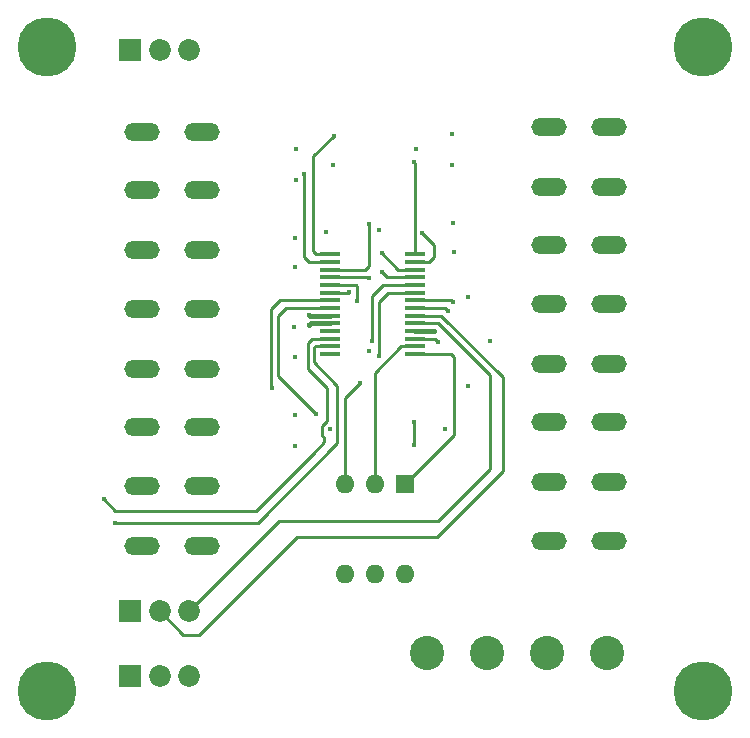
<source format=gbr>
G04 #@! TF.FileFunction,Copper,L1,Top,Signal*
%FSLAX46Y46*%
G04 Gerber Fmt 4.6, Leading zero omitted, Abs format (unit mm)*
G04 Created by KiCad (PCBNEW 4.0.4-stable) date Wednesday, 26 April 2017 'PMt' 10:40:54 PM*
%MOMM*%
%LPD*%
G01*
G04 APERTURE LIST*
%ADD10C,0.100000*%
%ADD11C,5.000000*%
%ADD12R,1.750000X0.450000*%
%ADD13R,1.600000X1.600000*%
%ADD14O,1.600000X1.600000*%
%ADD15R,1.850000X1.850000*%
%ADD16C,1.850000*%
%ADD17O,2.999740X1.501140*%
%ADD18C,2.900000*%
%ADD19C,0.400000*%
%ADD20C,0.400000*%
%ADD21C,0.250000*%
G04 APERTURE END LIST*
D10*
D11*
X98750000Y-116750000D03*
X43250000Y-116750000D03*
X43250000Y-62250000D03*
D12*
X67150000Y-79775000D03*
X67150000Y-80425000D03*
X67150000Y-81075000D03*
X67150000Y-81725000D03*
X67150000Y-82375000D03*
X67150000Y-83025000D03*
X67150000Y-83675000D03*
X67150000Y-84325000D03*
X67150000Y-84975000D03*
X67150000Y-85625000D03*
X67150000Y-86275000D03*
X67150000Y-86925000D03*
X67150000Y-87575000D03*
X67150000Y-88225000D03*
X74350000Y-88225000D03*
X74350000Y-87575000D03*
X74350000Y-86925000D03*
X74350000Y-86275000D03*
X74350000Y-85625000D03*
X74350000Y-84975000D03*
X74350000Y-84325000D03*
X74350000Y-83675000D03*
X74350000Y-83025000D03*
X74350000Y-82375000D03*
X74350000Y-81725000D03*
X74350000Y-81075000D03*
X74350000Y-80425000D03*
X74350000Y-79775000D03*
D13*
X73500000Y-99250000D03*
D14*
X68420000Y-106870000D03*
X70960000Y-99250000D03*
X70960000Y-106870000D03*
X68420000Y-99250000D03*
X73500000Y-106870000D03*
D15*
X50250000Y-110000000D03*
D16*
X52750000Y-110000000D03*
X55250000Y-110000000D03*
D17*
X90790000Y-104030000D03*
X85710000Y-104030000D03*
X90790000Y-99077000D03*
X85710000Y-99077000D03*
X90790000Y-93997000D03*
X85710000Y-93997000D03*
X90790000Y-89044000D03*
X85710000Y-89044000D03*
X90790000Y-83964000D03*
X85710000Y-83964000D03*
X90790000Y-79011000D03*
X85710000Y-79011000D03*
X90790000Y-74058000D03*
X85710000Y-74058000D03*
X90790000Y-68978000D03*
X85710000Y-68978000D03*
D15*
X50250000Y-115500000D03*
D16*
X52750000Y-115500000D03*
X55250000Y-115500000D03*
D15*
X50250000Y-62500000D03*
D16*
X52750000Y-62500000D03*
X55250000Y-62500000D03*
D18*
X75380000Y-113500000D03*
X80460000Y-113500000D03*
X85540000Y-113500000D03*
X90620000Y-113500000D03*
D17*
X51260000Y-69420000D03*
X56340000Y-69420000D03*
X51260000Y-74373000D03*
X56340000Y-74373000D03*
X51260000Y-79453000D03*
X56340000Y-79453000D03*
X51260000Y-84406000D03*
X56340000Y-84406000D03*
X51260000Y-89486000D03*
X56340000Y-89486000D03*
X51260000Y-94439000D03*
X56340000Y-94439000D03*
X51260000Y-99392000D03*
X56340000Y-99392000D03*
X51260000Y-104472000D03*
X56340000Y-104472000D03*
D11*
X98750000Y-62250000D03*
D19*
X78900000Y-83400000D03*
X80700000Y-87100000D03*
X76000000Y-86300000D03*
X64200000Y-93400000D03*
X64200000Y-96000000D03*
X64100000Y-85900000D03*
X64200000Y-88500000D03*
X64200000Y-78400000D03*
X64200000Y-80900000D03*
X64300000Y-70900000D03*
X64300000Y-73500000D03*
X76900000Y-94600000D03*
X78900000Y-90900000D03*
X77700000Y-79600000D03*
X77600000Y-77100000D03*
X77500000Y-72200000D03*
X77500000Y-69600000D03*
X65400000Y-84900000D03*
X70500000Y-88000000D03*
X67200000Y-94600000D03*
X71300000Y-77700000D03*
X66800000Y-77900000D03*
X74500000Y-70900000D03*
X67400000Y-72200000D03*
X65400000Y-85800000D03*
X69700000Y-90700000D03*
X76300000Y-87200000D03*
X49000000Y-102500000D03*
X48000000Y-100500000D03*
X67500000Y-69750000D03*
X65000000Y-73000000D03*
X70500000Y-77250000D03*
X70500000Y-81750000D03*
X69500000Y-83750000D03*
X68750000Y-83000000D03*
X62300000Y-91100000D03*
X66000000Y-93300000D03*
X74300000Y-95900000D03*
X74300000Y-94000000D03*
X77200000Y-84600000D03*
X77600000Y-83800000D03*
X71300000Y-88400000D03*
X70700000Y-87100000D03*
X71600000Y-81300000D03*
X71600000Y-79700000D03*
X75000000Y-78000000D03*
X74250000Y-72000000D03*
D20*
X74350000Y-86275000D02*
X75975000Y-86275000D01*
X75975000Y-86275000D02*
X76000000Y-86300000D01*
X67150000Y-84975000D02*
X65475000Y-84975000D01*
X65475000Y-84975000D02*
X65400000Y-84900000D01*
X67150000Y-85625000D02*
X65575000Y-85625000D01*
X65575000Y-85625000D02*
X65400000Y-85800000D01*
D21*
X74350000Y-88225000D02*
X77425000Y-88225000D01*
X77700000Y-95050000D02*
X73500000Y-99250000D01*
X77700000Y-88500000D02*
X77700000Y-95050000D01*
X77425000Y-88225000D02*
X77700000Y-88500000D01*
X74350000Y-86925000D02*
X76025000Y-86925000D01*
X68420000Y-91980000D02*
X68420000Y-99250000D01*
X69700000Y-90700000D02*
X68420000Y-91980000D01*
X76025000Y-86925000D02*
X76300000Y-87200000D01*
X61100000Y-102500000D02*
X49000000Y-102500000D01*
X65925000Y-87575000D02*
X67150000Y-87575000D01*
X67800000Y-95800000D02*
X61100000Y-102500000D01*
X67800000Y-90900000D02*
X67800000Y-95800000D01*
X65800000Y-88900000D02*
X67800000Y-90900000D01*
X65800000Y-87700000D02*
X65800000Y-88900000D01*
X65925000Y-87575000D02*
X65800000Y-87700000D01*
X66900000Y-93900000D02*
X66500000Y-94300000D01*
X60900000Y-101500000D02*
X49000000Y-101500000D01*
X65700000Y-96700000D02*
X60900000Y-101500000D01*
X66900000Y-91100000D02*
X66900000Y-93900000D01*
X65300000Y-89500000D02*
X66900000Y-91100000D01*
X65300000Y-87300000D02*
X65300000Y-89500000D01*
X65675000Y-86925000D02*
X65300000Y-87300000D01*
X67150000Y-86925000D02*
X65675000Y-86925000D01*
X49000000Y-101500000D02*
X48000000Y-100500000D01*
X66700000Y-95700000D02*
X65700000Y-96700000D01*
X66700000Y-95300000D02*
X66700000Y-95700000D01*
X66500000Y-95100000D02*
X66700000Y-95300000D01*
X66500000Y-94300000D02*
X66500000Y-95100000D01*
X74350000Y-84975000D02*
X76575000Y-84975000D01*
X54750000Y-112000000D02*
X52750000Y-110000000D01*
X56100000Y-112000000D02*
X54750000Y-112000000D01*
X64400000Y-103700000D02*
X56100000Y-112000000D01*
X76200000Y-103700000D02*
X64400000Y-103700000D01*
X81800000Y-98100000D02*
X76200000Y-103700000D01*
X81800000Y-90200000D02*
X81800000Y-98100000D01*
X76575000Y-84975000D02*
X81800000Y-90200000D01*
X74350000Y-85625000D02*
X76325000Y-85625000D01*
X62850000Y-102400000D02*
X55250000Y-110000000D01*
X76300000Y-102400000D02*
X62850000Y-102400000D01*
X80700000Y-98000000D02*
X76300000Y-102400000D01*
X80700000Y-90000000D02*
X80700000Y-98000000D01*
X76325000Y-85625000D02*
X80700000Y-90000000D01*
X67150000Y-79775000D02*
X66025000Y-79775000D01*
X65750000Y-71500000D02*
X67500000Y-69750000D01*
X65750000Y-79500000D02*
X65750000Y-71500000D01*
X66025000Y-79775000D02*
X65750000Y-79500000D01*
X65425000Y-80425000D02*
X67150000Y-80425000D01*
X65000000Y-80000000D02*
X65425000Y-80425000D01*
X65000000Y-73000000D02*
X65000000Y-80000000D01*
X67150000Y-81075000D02*
X70175000Y-81075000D01*
X70500000Y-80750000D02*
X70500000Y-77250000D01*
X70175000Y-81075000D02*
X70500000Y-80750000D01*
X67150000Y-81725000D02*
X70475000Y-81725000D01*
X70475000Y-81725000D02*
X70500000Y-81750000D01*
X67150000Y-82375000D02*
X69375000Y-82375000D01*
X69500000Y-82500000D02*
X69500000Y-83750000D01*
X69375000Y-82375000D02*
X69500000Y-82500000D01*
X68725000Y-83025000D02*
X68750000Y-83000000D01*
X68725000Y-83025000D02*
X67150000Y-83025000D01*
X62200000Y-90400000D02*
X62200000Y-91000000D01*
X62925000Y-83675000D02*
X62200000Y-84400000D01*
X62200000Y-84400000D02*
X62200000Y-90400000D01*
X67150000Y-83675000D02*
X65825000Y-83675000D01*
X65825000Y-83675000D02*
X62925000Y-83675000D01*
X62200000Y-91000000D02*
X62300000Y-91100000D01*
X67150000Y-84325000D02*
X63475000Y-84325000D01*
X62800000Y-90100000D02*
X66000000Y-93300000D01*
X62800000Y-85000000D02*
X62800000Y-90100000D01*
X63475000Y-84325000D02*
X62800000Y-85000000D01*
X67150000Y-84325000D02*
X65925000Y-84325000D01*
X74350000Y-84325000D02*
X76925000Y-84325000D01*
X74300000Y-94000000D02*
X74300000Y-95900000D01*
X76925000Y-84325000D02*
X77200000Y-84600000D01*
X74350000Y-83675000D02*
X77475000Y-83675000D01*
X77475000Y-83675000D02*
X77600000Y-83800000D01*
X74350000Y-83025000D02*
X72075000Y-83025000D01*
X71300000Y-83800000D02*
X71300000Y-88400000D01*
X72075000Y-83025000D02*
X71300000Y-83800000D01*
X74350000Y-82375000D02*
X71625000Y-82375000D01*
X70700000Y-83300000D02*
X70700000Y-87100000D01*
X71625000Y-82375000D02*
X70700000Y-83300000D01*
X74350000Y-81725000D02*
X72025000Y-81725000D01*
X72025000Y-81725000D02*
X71600000Y-81300000D01*
X74350000Y-81075000D02*
X72975000Y-81075000D01*
X72975000Y-81075000D02*
X71600000Y-79700000D01*
X75000000Y-78000000D02*
X76000000Y-79000000D01*
X76000000Y-79000000D02*
X76000000Y-80000000D01*
X76000000Y-80000000D02*
X75575000Y-80425000D01*
X75575000Y-80425000D02*
X74350000Y-80425000D01*
X74350000Y-79775000D02*
X74350000Y-72100000D01*
X74350000Y-72100000D02*
X74250000Y-72000000D01*
X74350000Y-87575000D02*
X73225000Y-87575000D01*
X70960000Y-89840000D02*
X70960000Y-99250000D01*
X73225000Y-87575000D02*
X70960000Y-89840000D01*
M02*

</source>
